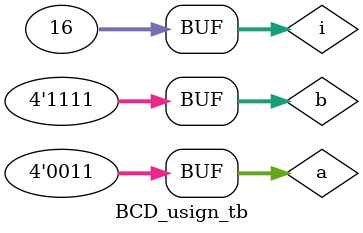
<source format=v>
module add_4(c_out, sum, a, b, c_in);
    output c_out;
    output [3:0] sum;
    input [3:0] a, b;
    input c_in;
    assign {c_out, sum} = a + b + c_in;
endmodule

//multiplier module
module multipler_4(product, multiplicant, multiplier);
    output [7:0] product;
    input [3:0] multiplicant, multiplier;
    wire [3:0] input_adder1, input_adder2, input_adder3, output_adder1, output_adder2;
    wire [2:0] w1;

    assign product[0] = multiplicant[0] & multiplier[0];
    // for inputs to adder 1
    assign w1[2] = multiplicant[0] & multiplier[3];
    assign w1[1] = multiplicant[0] & multiplier[2];
    assign w1[0] = multiplicant[0] & multiplier[1];

    assign input_adder1[3] = multiplicant[1] & multiplier[3];
    assign input_adder1[2] = multiplicant[1] & multiplier[2];
    assign input_adder1[1] = multiplicant[1] & multiplier[1];
    assign input_adder1[0] = multiplicant[1] & multiplier[0];

    add_4 m1(output_adder1[3], {output_adder1[2:0], product[1]}, input_adder1, {1'b0,w1}, 1'b0);

    // for inputs to adder 2
    assign input_adder2[3] = multiplicant[2] & multiplier[3];
    assign input_adder2[2] = multiplicant[2] & multiplier[2];
    assign input_adder2[1] = multiplicant[2] & multiplier[1];
    assign input_adder2[0] = multiplicant[2] & multiplier[0];

    add_4 m2(output_adder2[3], {output_adder2[2:0], product[2]}, input_adder2, output_adder1, 1'b0);

    // for inputs to adder 3
    assign input_adder3[3] = multiplicant[3] & multiplier[3];
    assign input_adder3[2] = multiplicant[3] & multiplier[2];
    assign input_adder3[1] = multiplicant[3] & multiplier[1];
    assign input_adder3[0] = multiplicant[3] & multiplier[0];

    add_4 m3(product[7], {product[6],product[5],product[4],product[3]}, input_adder3, output_adder2, 1'b0);


endmodule

// test bench for bcd adder subtractor
module BCD_usign_tb;
    reg [3:0] a, b;
    wire [7:0] p;
    integer i;

    //Instantiate UUT
    multipler_4 UUT(p, a, b);
    
    //stimulus block
    
    
    initial
        begin
            //b = 4'b1111;
            a = 4'b0011;
            //#200;
            for (i = 0; i <= 15; i = i+1) begin
                b = i;
                #200;
            end

        end
    initial $monitor("a = %d, b = %d, product = %d", a, b, p);
endmodule
</source>
